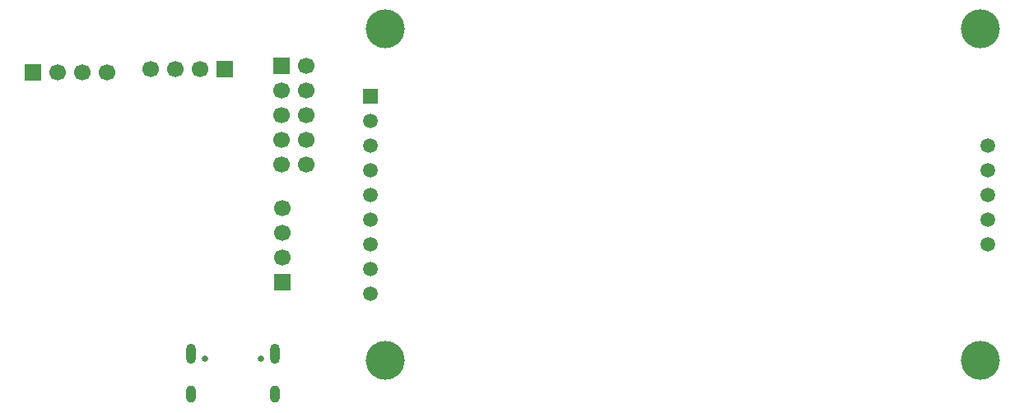
<source format=gbr>
%TF.GenerationSoftware,KiCad,Pcbnew,9.0.4*%
%TF.CreationDate,2025-11-14T09:23:00+05:30*%
%TF.ProjectId,stm32f446re,73746d33-3266-4343-9436-72652e6b6963,rev?*%
%TF.SameCoordinates,Original*%
%TF.FileFunction,Soldermask,Bot*%
%TF.FilePolarity,Negative*%
%FSLAX46Y46*%
G04 Gerber Fmt 4.6, Leading zero omitted, Abs format (unit mm)*
G04 Created by KiCad (PCBNEW 9.0.4) date 2025-11-14 09:23:00*
%MOMM*%
%LPD*%
G01*
G04 APERTURE LIST*
%ADD10R,1.700000X1.700000*%
%ADD11C,1.700000*%
%ADD12C,0.650000*%
%ADD13O,1.000000X2.100000*%
%ADD14O,1.000000X1.800000*%
%ADD15C,4.000000*%
%ADD16R,1.500000X1.500000*%
%ADD17C,1.500000*%
G04 APERTURE END LIST*
D10*
%TO.C,J3*%
X77990000Y-54400000D03*
D11*
X80530000Y-54400000D03*
X83070000Y-54400000D03*
X85610000Y-54400000D03*
%TD*%
D10*
%TO.C,J5*%
X103700000Y-75980000D03*
D11*
X103700000Y-73440000D03*
X103700000Y-70900000D03*
X103700000Y-68360000D03*
%TD*%
D10*
%TO.C,J4*%
X103625000Y-53720000D03*
D11*
X106165000Y-53720000D03*
X103625000Y-56260000D03*
X106165000Y-56260000D03*
X103625000Y-58800000D03*
X106165000Y-58800000D03*
X103625000Y-61340000D03*
X106165000Y-61340000D03*
X103625000Y-63880000D03*
X106165000Y-63880000D03*
%TD*%
D12*
%TO.C,J1*%
X95710000Y-83885000D03*
X101490000Y-83885000D03*
D13*
X94280000Y-83385000D03*
D14*
X94280000Y-87565000D03*
D13*
X102920000Y-83385000D03*
D14*
X102920000Y-87565000D03*
%TD*%
D15*
%TO.C,U5*%
X114242500Y-49950000D03*
X114242500Y-84050000D03*
X175442500Y-49950000D03*
X175442500Y-84050000D03*
D16*
X112742500Y-56840000D03*
D17*
X112742500Y-59380000D03*
X112742500Y-61920000D03*
X112742500Y-64460000D03*
X112742500Y-67000000D03*
X112742500Y-69540000D03*
X112742500Y-72080000D03*
X112742500Y-74620000D03*
X112742500Y-77160000D03*
X176262500Y-61920000D03*
X176262500Y-64460000D03*
X176262500Y-67000000D03*
X176262500Y-69540000D03*
X176262500Y-72080000D03*
%TD*%
D10*
%TO.C,J2*%
X97720000Y-54100000D03*
D11*
X95180000Y-54100000D03*
X92640000Y-54100000D03*
X90100000Y-54100000D03*
%TD*%
M02*

</source>
